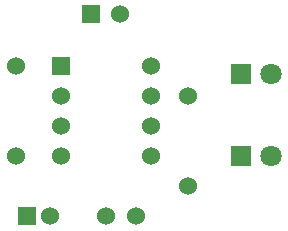
<source format=gbr>
%TF.GenerationSoftware,KiCad,Pcbnew,(6.0.7)*%
%TF.CreationDate,2022-09-05T15:15:59+09:00*%
%TF.ProjectId,IC555Demo,49433535-3544-4656-9d6f-2e6b69636164,rev?*%
%TF.SameCoordinates,Original*%
%TF.FileFunction,Soldermask,Top*%
%TF.FilePolarity,Negative*%
%FSLAX46Y46*%
G04 Gerber Fmt 4.6, Leading zero omitted, Abs format (unit mm)*
G04 Created by KiCad (PCBNEW (6.0.7)) date 2022-09-05 15:15:59*
%MOMM*%
%LPD*%
G01*
G04 APERTURE LIST*
%ADD10R,1.524000X1.524000*%
%ADD11C,1.524000*%
%ADD12R,1.800000X1.800000*%
%ADD13C,1.800000*%
G04 APERTURE END LIST*
D10*
%TO.C,U1*%
X151130000Y-66675000D03*
D11*
X151130000Y-69215000D03*
X151130000Y-71755000D03*
X151130000Y-74295000D03*
X158750000Y-74295000D03*
X158750000Y-71755000D03*
X158750000Y-69215000D03*
X158750000Y-66675000D03*
%TD*%
%TO.C,R2*%
X147320000Y-66675000D03*
X147320000Y-74295000D03*
%TD*%
D10*
%TO.C,C2*%
X148225000Y-79375000D03*
D11*
X150225000Y-79375000D03*
%TD*%
D12*
%TO.C,D1*%
X166365000Y-74295000D03*
D13*
X168905000Y-74295000D03*
%TD*%
D11*
%TO.C,R1*%
X161925000Y-76835000D03*
X161925000Y-69215000D03*
%TD*%
%TO.C,C1*%
X157480000Y-79375000D03*
X154940000Y-79375000D03*
%TD*%
D12*
%TO.C,D2*%
X166370000Y-67310000D03*
D13*
X168910000Y-67310000D03*
%TD*%
D10*
%TO.C,J1*%
X153670000Y-62230000D03*
D11*
X156170000Y-62230000D03*
%TD*%
M02*

</source>
